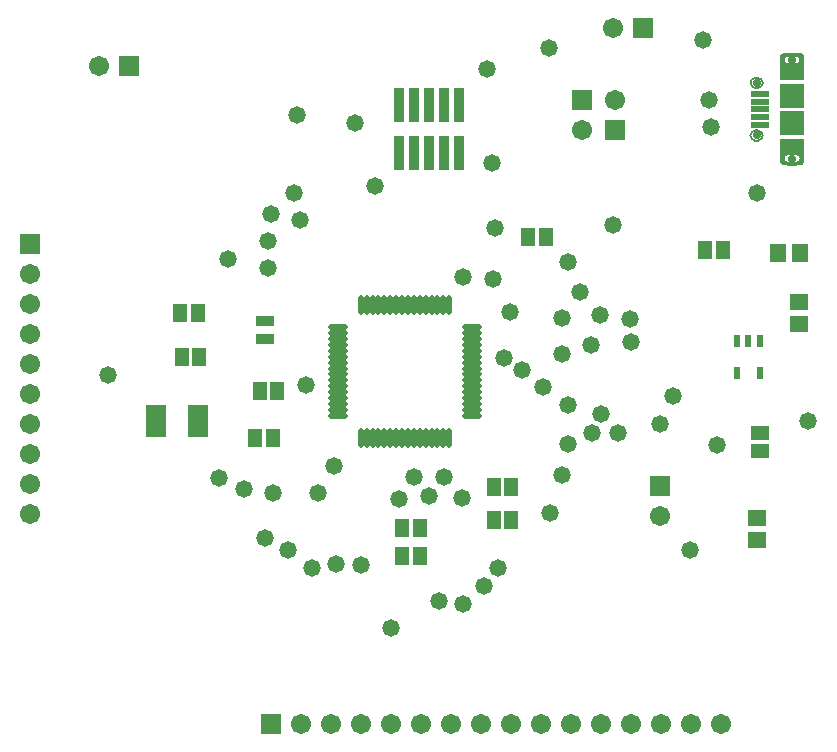
<source format=gts>
G04*
G04 #@! TF.GenerationSoftware,Altium Limited,Altium Designer,20.1.14 (287)*
G04*
G04 Layer_Color=8388736*
%FSLAX44Y44*%
%MOMM*%
G71*
G04*
G04 #@! TF.SameCoordinates,DEFACEA9-F4D7-4AEA-A9FD-1AB281C9BDDB*
G04*
G04*
G04 #@! TF.FilePolarity,Negative*
G04*
G01*
G75*
%ADD11C,0.2000*%
%ADD18C,0.3000*%
%ADD29R,0.5080X1.0033*%
%ADD33R,2.1032X1.3782*%
%ADD34R,2.1032X2.0032*%
%ADD35R,1.5532X0.6032*%
G04:AMPARAMS|DCode=36|XSize=1.6932mm|YSize=0.4832mm|CornerRadius=0.1716mm|HoleSize=0mm|Usage=FLASHONLY|Rotation=270.000|XOffset=0mm|YOffset=0mm|HoleType=Round|Shape=RoundedRectangle|*
%AMROUNDEDRECTD36*
21,1,1.6932,0.1400,0,0,270.0*
21,1,1.3500,0.4832,0,0,270.0*
1,1,0.3432,-0.0700,-0.6750*
1,1,0.3432,-0.0700,0.6750*
1,1,0.3432,0.0700,0.6750*
1,1,0.3432,0.0700,-0.6750*
%
%ADD36ROUNDEDRECTD36*%
G04:AMPARAMS|DCode=37|XSize=1.6932mm|YSize=0.4832mm|CornerRadius=0.1716mm|HoleSize=0mm|Usage=FLASHONLY|Rotation=180.000|XOffset=0mm|YOffset=0mm|HoleType=Round|Shape=RoundedRectangle|*
%AMROUNDEDRECTD37*
21,1,1.6932,0.1400,0,0,180.0*
21,1,1.3500,0.4832,0,0,180.0*
1,1,0.3432,-0.6750,0.0700*
1,1,0.3432,0.6750,0.0700*
1,1,0.3432,0.6750,-0.0700*
1,1,0.3432,-0.6750,-0.0700*
%
%ADD37ROUNDEDRECTD37*%
%ADD38R,1.6032X0.9532*%
%ADD39R,0.8382X2.8956*%
%ADD40R,1.6032X1.4032*%
%ADD41R,1.4032X1.6032*%
%ADD42R,1.7032X2.7032*%
%ADD43R,1.3032X1.6032*%
%ADD44R,1.6032X1.3032*%
%ADD45R,1.7032X1.7032*%
%ADD46C,1.7032*%
%ADD47R,1.7032X1.7032*%
%ADD48C,0.7032*%
%ADD49C,1.4732*%
D11*
X1665660Y1356010D02*
G03*
X1663160Y1358510I-2500J0D01*
G01*
X1649160D02*
G03*
X1646660Y1356010I0J-2500D01*
G01*
X1663160Y1265010D02*
G03*
X1665660Y1267510I0J2500D01*
G01*
X1646660D02*
G03*
X1649160Y1265010I2500J0D01*
G01*
X1620910Y1334010D02*
G03*
X1625160Y1329760I4250J0D01*
G01*
X1627160D02*
G03*
X1631410Y1334010I0J4250D01*
G01*
D02*
G03*
X1627160Y1338260I-4250J0D01*
G01*
X1625160D02*
G03*
X1620910Y1334010I0J-4250D01*
G01*
Y1289510D02*
G03*
X1625160Y1285260I4250J0D01*
G01*
X1627160D02*
G03*
X1631410Y1289510I0J4250D01*
G01*
D02*
G03*
X1627160Y1293760I-4250J0D01*
G01*
X1625160D02*
G03*
X1620910Y1289510I0J-4250D01*
G01*
X1646660Y1348510D02*
X1665660D01*
Y1356010D01*
X1649160Y1358510D02*
X1663160D01*
X1646660Y1348510D02*
Y1356010D01*
Y1275010D02*
X1665660D01*
Y1267510D02*
Y1275010D01*
X1649160Y1265010D02*
X1663160D01*
X1646660Y1267510D02*
Y1275010D01*
X1625160Y1329760D02*
X1627160D01*
X1625160Y1338260D02*
X1627160D01*
X1625160Y1285260D02*
X1627160D01*
X1625160Y1293760D02*
X1627160D01*
D18*
X1652660Y1358010D02*
G03*
X1648160Y1353510I0J-4500D01*
G01*
X1664160D02*
G03*
X1659660Y1358010I-4500J0D01*
G01*
Y1349010D02*
G03*
X1664160Y1353510I0J4500D01*
G01*
X1648160D02*
G03*
X1652660Y1349010I4500J0D01*
G01*
X1648160Y1270010D02*
G03*
X1652660Y1265510I4500J0D01*
G01*
X1659660D02*
G03*
X1664160Y1270010I0J4500D01*
G01*
D02*
G03*
X1659660Y1274510I-4500J0D01*
G01*
X1652660D02*
G03*
X1648160Y1270010I0J-4500D01*
G01*
X1652660Y1358010D02*
X1659660D01*
X1652660Y1349010D02*
X1659660D01*
X1652660Y1265510D02*
X1659660D01*
X1652660Y1274510D02*
X1659660D01*
D29*
X1628750Y1115885D02*
D03*
X1619250D02*
D03*
X1609750D02*
D03*
Y1088835D02*
D03*
X1628750D02*
D03*
D33*
X1656160Y1343627D02*
D03*
Y1279893D02*
D03*
D34*
Y1300260D02*
D03*
Y1323260D02*
D03*
D35*
X1629410Y1298760D02*
D03*
Y1305260D02*
D03*
Y1324760D02*
D03*
Y1318260D02*
D03*
Y1311760D02*
D03*
D36*
X1290920Y1146360D02*
D03*
X1295920D02*
D03*
X1300920D02*
D03*
X1305920D02*
D03*
X1310920D02*
D03*
X1315920D02*
D03*
X1320920D02*
D03*
X1325920D02*
D03*
X1330920D02*
D03*
X1335920D02*
D03*
X1340920D02*
D03*
X1345920D02*
D03*
X1350920D02*
D03*
X1355920D02*
D03*
X1360920D02*
D03*
X1365920D02*
D03*
Y1032960D02*
D03*
X1360920D02*
D03*
X1355920D02*
D03*
X1350920D02*
D03*
X1345920D02*
D03*
X1340920D02*
D03*
X1335920D02*
D03*
X1330920D02*
D03*
X1325920D02*
D03*
X1320920D02*
D03*
X1315920D02*
D03*
X1310920D02*
D03*
X1305920D02*
D03*
X1300920D02*
D03*
X1295920D02*
D03*
X1290920D02*
D03*
D37*
X1385120Y1127160D02*
D03*
Y1122160D02*
D03*
Y1117160D02*
D03*
Y1112160D02*
D03*
Y1107160D02*
D03*
Y1102160D02*
D03*
Y1097160D02*
D03*
Y1092160D02*
D03*
Y1087160D02*
D03*
Y1082160D02*
D03*
Y1077160D02*
D03*
Y1072160D02*
D03*
Y1067160D02*
D03*
Y1062160D02*
D03*
Y1057160D02*
D03*
Y1052160D02*
D03*
X1271720D02*
D03*
Y1057160D02*
D03*
Y1062160D02*
D03*
Y1067160D02*
D03*
Y1072160D02*
D03*
Y1077160D02*
D03*
Y1082160D02*
D03*
Y1087160D02*
D03*
Y1092160D02*
D03*
Y1097160D02*
D03*
Y1102160D02*
D03*
Y1107160D02*
D03*
Y1112160D02*
D03*
Y1117160D02*
D03*
Y1122160D02*
D03*
Y1127160D02*
D03*
D38*
X1210310Y1117600D02*
D03*
Y1132200D02*
D03*
D39*
X1323340Y1275080D02*
D03*
Y1315720D02*
D03*
X1336040Y1275080D02*
D03*
Y1315720D02*
D03*
X1348740Y1275080D02*
D03*
Y1315720D02*
D03*
X1361440Y1275080D02*
D03*
Y1315720D02*
D03*
X1374140Y1275080D02*
D03*
Y1315720D02*
D03*
D40*
X1626870Y947310D02*
D03*
Y965310D02*
D03*
X1662430Y1148300D02*
D03*
Y1130300D02*
D03*
D41*
X1644540Y1189990D02*
D03*
X1662540D02*
D03*
D42*
X1152880Y1047750D02*
D03*
X1117880D02*
D03*
D43*
X1154310Y1102360D02*
D03*
X1139310D02*
D03*
X1153040Y1139190D02*
D03*
X1138040D02*
D03*
X1597540Y1192530D02*
D03*
X1582540D02*
D03*
X1432680Y1203960D02*
D03*
X1447680D02*
D03*
X1403470Y963930D02*
D03*
X1418470D02*
D03*
X1326000Y957580D02*
D03*
X1341000D02*
D03*
X1326000Y933450D02*
D03*
X1341000D02*
D03*
X1205350Y1073150D02*
D03*
X1220350D02*
D03*
X1201540Y1033780D02*
D03*
X1216540D02*
D03*
X1403590Y991870D02*
D03*
X1418590D02*
D03*
D44*
X1629410Y1037470D02*
D03*
Y1022470D02*
D03*
D45*
X1094740Y1348740D02*
D03*
X1530350Y1380490D02*
D03*
X1215390Y791210D02*
D03*
D46*
X1069340Y1348740D02*
D03*
X1010920Y969010D02*
D03*
Y994410D02*
D03*
Y1019810D02*
D03*
Y1045210D02*
D03*
Y1070610D02*
D03*
Y1096010D02*
D03*
Y1121410D02*
D03*
Y1146810D02*
D03*
Y1172210D02*
D03*
X1504950Y1380490D02*
D03*
X1240790Y791210D02*
D03*
X1266190D02*
D03*
X1291590D02*
D03*
X1316990D02*
D03*
X1342390D02*
D03*
X1367790D02*
D03*
X1393190D02*
D03*
X1418590D02*
D03*
X1443990D02*
D03*
X1469390D02*
D03*
X1494790D02*
D03*
X1520190D02*
D03*
X1545590D02*
D03*
X1570990D02*
D03*
X1596390D02*
D03*
X1506220Y1319530D02*
D03*
X1544320Y967740D02*
D03*
X1478280Y1294130D02*
D03*
D47*
X1010920Y1197610D02*
D03*
X1506220Y1294130D02*
D03*
X1544320Y993140D02*
D03*
X1478280Y1319530D02*
D03*
D48*
X1656160Y1353510D02*
D03*
Y1270010D02*
D03*
X1626160Y1334010D02*
D03*
Y1289510D02*
D03*
D49*
X1316990Y872490D02*
D03*
X1268730Y1009650D02*
D03*
X1244600Y1078230D02*
D03*
X1076960Y1087120D02*
D03*
X1323340Y981710D02*
D03*
X1493520Y1137920D02*
D03*
X1450340Y1363980D02*
D03*
X1403350Y1168400D02*
D03*
X1377950Y1169670D02*
D03*
X1234440Y1240790D02*
D03*
X1215390Y1223010D02*
D03*
X1212850Y1200150D02*
D03*
Y1177290D02*
D03*
X1178560Y1184910D02*
D03*
X1518920Y1134110D02*
D03*
X1555750Y1069340D02*
D03*
X1485900Y1112520D02*
D03*
X1461770Y1135380D02*
D03*
X1544320Y1045210D02*
D03*
X1466850Y1061720D02*
D03*
X1520190Y1115060D02*
D03*
X1461770Y1104900D02*
D03*
X1445260Y1076960D02*
D03*
X1427628Y1091078D02*
D03*
X1412379Y1101229D02*
D03*
X1494790Y1054100D02*
D03*
X1357630Y895350D02*
D03*
X1377950Y892810D02*
D03*
X1395730Y908050D02*
D03*
X1407160Y923290D02*
D03*
X1336040Y1000760D02*
D03*
X1376680Y982980D02*
D03*
X1361440Y1000760D02*
D03*
X1348740Y984250D02*
D03*
X1508760Y1037590D02*
D03*
X1592580Y1027430D02*
D03*
X1581150Y1370330D02*
D03*
X1402080Y1266190D02*
D03*
X1286510Y1300480D02*
D03*
X1210310Y948690D02*
D03*
X1626870Y1240790D02*
D03*
X1569720Y938530D02*
D03*
X1417320Y1140460D02*
D03*
X1504950Y1214120D02*
D03*
X1236980Y1306830D02*
D03*
X1239520Y1217930D02*
D03*
X1451610Y970280D02*
D03*
X1461770Y1002030D02*
D03*
X1466850Y1028700D02*
D03*
X1487170Y1037590D02*
D03*
X1291590Y925830D02*
D03*
X1270000Y927100D02*
D03*
X1249680Y923290D02*
D03*
X1229360Y938530D02*
D03*
X1254760Y986790D02*
D03*
X1216660D02*
D03*
X1192530Y990600D02*
D03*
X1170940Y999490D02*
D03*
X1303020Y1247140D02*
D03*
X1398270Y1346200D02*
D03*
X1477010Y1156970D02*
D03*
X1670050Y1047750D02*
D03*
X1587500Y1296670D02*
D03*
X1586230Y1319530D02*
D03*
X1404620Y1211580D02*
D03*
X1466850Y1182370D02*
D03*
M02*

</source>
